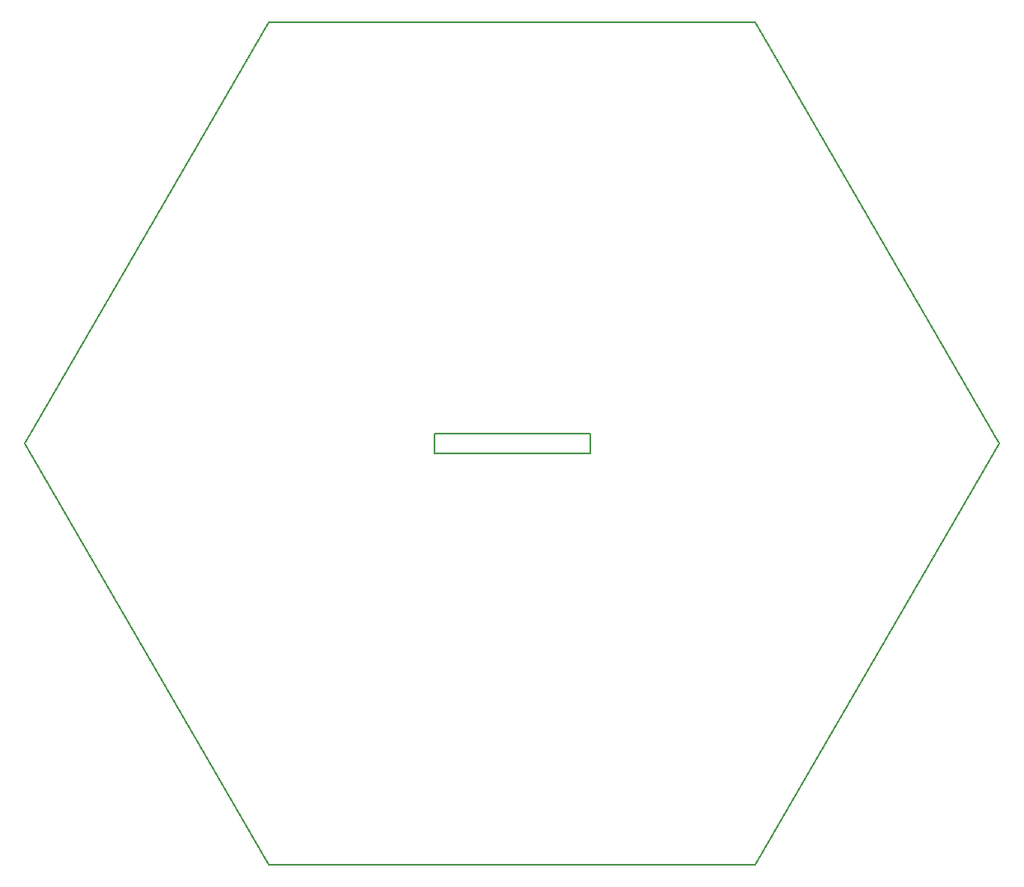
<source format=gm1>
G04 #@! TF.GenerationSoftware,KiCad,Pcbnew,(5.0.2)-1*
G04 #@! TF.CreationDate,2020-05-10T00:06:34+09:00*
G04 #@! TF.ProjectId,Tile,54696c65-2e6b-4696-9361-645f70636258,rev?*
G04 #@! TF.SameCoordinates,Original*
G04 #@! TF.FileFunction,Profile,NP*
%FSLAX46Y46*%
G04 Gerber Fmt 4.6, Leading zero omitted, Abs format (unit mm)*
G04 Created by KiCad (PCBNEW (5.0.2)-1) date 2020/05/10 0:06:34*
%MOMM*%
%LPD*%
G01*
G04 APERTURE LIST*
%ADD10C,0.150000*%
G04 APERTURE END LIST*
D10*
X138000000Y-106000000D02*
X138000000Y-104000000D01*
X122000000Y-106000000D02*
X138000000Y-106000000D01*
X122000000Y-104000000D02*
X122000000Y-106000000D01*
X138000000Y-104000000D02*
X122000000Y-104000000D01*
X105000000Y-148301270D02*
X155000000Y-148301270D01*
X155000000Y-148301270D02*
X180000000Y-105000000D01*
X105000000Y-61698730D02*
X155000000Y-61698730D01*
X155000000Y-61698730D02*
X180000000Y-105000000D01*
X105000000Y-148301270D02*
X80000000Y-105000000D01*
X80000000Y-105000000D02*
X105000000Y-61698730D01*
M02*

</source>
